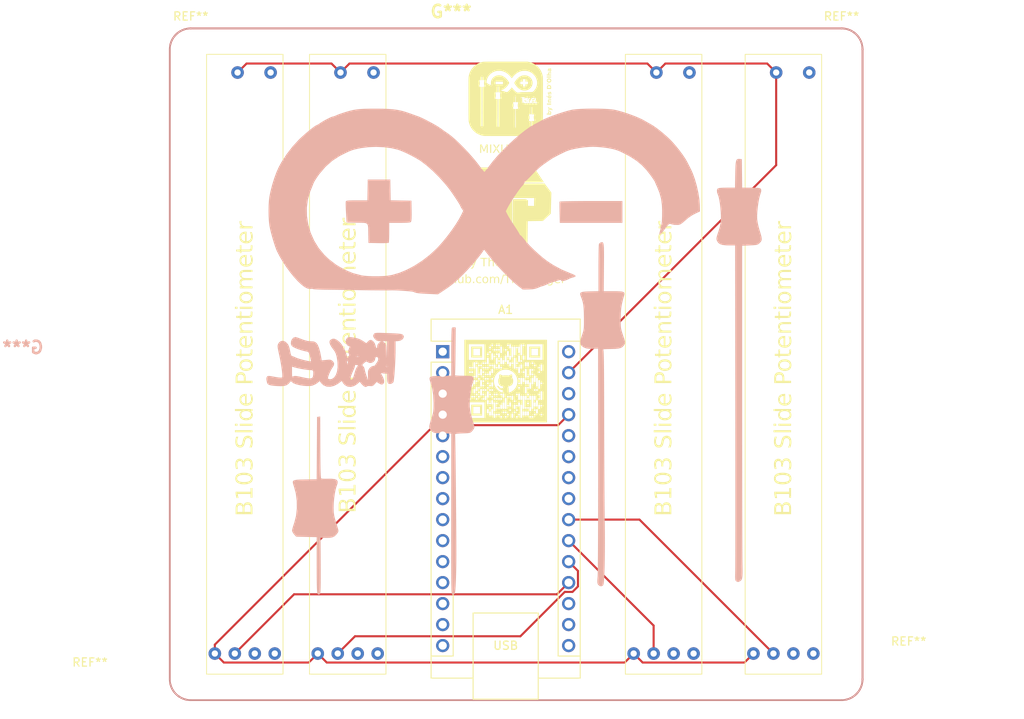
<source format=kicad_pcb>
(kicad_pcb (version 20221018) (generator pcbnew)
  (layers (0 "F.Cu" signal) (31 "B.Cu" signal) (34 "B.Paste" user) (35 "F.Paste" user) (36 "B.SilkS" user "B.Silkscreen") (37 "F.SilkS" user "F.Silkscreen") (38 "B.Mask" user) (39 "F.Mask" user) (44 "Edge.Cuts" user))
  (net 0 "")
  (net 18 "Net-(A1-A0)")
  (net 35 "Net-(A1-+5V)")
  (net 36 "Net-(A1-A3)")
  (net 37 "Net-(A1-A2)")
  (net 38 "Net-(A1-A1)")
  (net 41 "Net-(A1-GND-Pad29)")
  (footprint "Library:Slide Potentiometer - B103" (layer "F.Cu") (at 178.385 68.58 180)
    (fp_text reference "U4" hide)
    (fp_text value "~")
    (fp_text user "B103 Slide Potentiometer" (at -1.27 -18.415 90 unlocked) (layer "F.SilkS") (effects (font (size 2 2) (thickness 0.1)) (justify left bottom)))
    (pad "1" thru_hole circle (at -3.625 -35 180) (size 1.524 1.524) (drill 0.762) (layers "*.Cu" "*.Mask"))
    (pad "2" thru_hole circle (at -1.208333 -35 180) (size 1.524 1.524) (drill 0.762) (layers "*.Cu" "*.Mask"))
    (pad "3" thru_hole circle (at 1.208333 -35 180) (size 1.524 1.524) (drill 0.762) (layers "*.Cu" "*.Mask") (net 36 "Net-(A1-A3)"))
    (pad "4" thru_hole circle (at 3.625 -35 180) (size 1.524 1.524) (drill 0.762) (layers "*.Cu" "*.Mask") (net 35 "Net-(A1-+5V)"))
    (pad "5" thru_hole circle (at -3.125 35.3 180) (size 1.524 1.524) (drill 0.762) (layers "*.Cu" "*.Mask"))
    (pad "6" thru_hole circle (at 0.875 35.3 180) (size 1.524 1.524) (drill 0.762) (layers "*.Cu" "*.Mask") (net 41 "Net-(A1-GND-Pad29)"))
  )
  (footprint "LOGO" (layer "F.Cu") (at 144.78 70.612)
    (fp_text reference "" (at 0 0) (layer "F.SilkS") (effects (font (size 1.5 1.5) (thickness 0.3))))
    (fp_text value "LOGO" hide)
  )
  (footprint "MountingHole:MountingHole_3mm" (layer "F.Cu") (at 185.42 30.48)
    (fp_text reference "REF**" (at 0 -4) (layer "F.SilkS"))
    (fp_text value "MountingHole_3mm")
    (pad "" np_thru_hole circle (at 0 0) (size 3 3) (drill 3) (layers "*.Cu" "*.Mask"))
  )
  (footprint "Library:Slide Potentiometer - B103" (layer "F.Cu") (at 113.215 68.58 180)
    (fp_text reference "U1" hide)
    (fp_text value "~")
    (fp_text user "B103 Slide Potentiometer" (at -1.27 -18.415 90 unlocked) (layer "F.SilkS") (effects (font (size 2 2) (thickness 0.1)) (justify left bottom)))
    (pad "1" thru_hole circle (at -3.625 -35 180) (size 1.524 1.524) (drill 0.762) (layers "*.Cu" "*.Mask"))
    (pad "2" thru_hole circle (at -1.208333 -35 180) (size 1.524 1.524) (drill 0.762) (layers "*.Cu" "*.Mask"))
    (pad "3" thru_hole circle (at 1.208333 -35 180) (size 1.524 1.524) (drill 0.762) (layers "*.Cu" "*.Mask") (net 18 "Net-(A1-A0)"))
    (pad "4" thru_hole circle (at 3.625 -35 180) (size 1.524 1.524) (drill 0.762) (layers "*.Cu" "*.Mask") (net 35 "Net-(A1-+5V)"))
    (pad "5" thru_hole circle (at -3.125 35.3 180) (size 1.524 1.524) (drill 0.762) (layers "*.Cu" "*.Mask"))
    (pad "6" thru_hole circle (at 0.875 35.3 180) (size 1.524 1.524) (drill 0.762) (layers "*.Cu" "*.Mask") (net 41 "Net-(A1-GND-Pad29)"))
  )
  (footprint "MountingHole:MountingHole_3mm" (layer "F.Cu") (at 106.68 106.68)
    (fp_text reference "REF**" (at -12.192 -2.032) (layer "F.SilkS"))
    (fp_text value "MountingHole_3mm")
    (pad "" np_thru_hole circle (at 0 0) (size 3 3) (drill 3) (layers "F&B.Cu" "*.Mask"))
  )
  (footprint "Library:Slide Potentiometer - B103" (layer "F.Cu") (at 125.668333 68.58 180)
    (fp_text reference "U2" hide)
    (fp_text value "~")
    (fp_text user "B103 Slide Potentiometer" (at -1.285 -18.04 90 unlocked) (layer "F.SilkS") (effects (font (size 2 2) (thickness 0.1)) (justify left bottom)))
    (pad "1" thru_hole circle (at -3.625 -35 180) (size 1.524 1.524) (drill 0.762) (layers "*.Cu" "*.Mask"))
    (pad "2" thru_hole circle (at -1.208333 -35 180) (size 1.524 1.524) (drill 0.762) (layers "*.Cu" "*.Mask"))
    (pad "3" thru_hole circle (at 1.208333 -35 180) (size 1.524 1.524) (drill 0.762) (layers "*.Cu" "*.Mask") (net 38 "Net-(A1-A1)"))
    (pad "4" thru_hole circle (at 3.625 -35 180) (size 1.524 1.524) (drill 0.762) (layers "*.Cu" "*.Mask") (net 35 "Net-(A1-+5V)"))
    (pad "5" thru_hole circle (at -3.125 35.3 180) (size 1.524 1.524) (drill 0.762) (layers "*.Cu" "*.Mask"))
    (pad "6" thru_hole circle (at 0.875 35.3 180) (size 1.524 1.524) (drill 0.762) (layers "*.Cu" "*.Mask") (net 41 "Net-(A1-GND-Pad29)"))
  )
  (footprint "Library:Slide Potentiometer - B103" (layer "F.Cu") (at 163.891667 68.58 180)
    (fp_text reference "U3" hide)
    (fp_text value "~")
    (fp_text user "B103 Slide Potentiometer" (at -1.27 -18.415 90 unlocked) (layer "F.SilkS") (effects (font (size 2 2) (thickness 0.1)) (justify left bottom)))
    (pad "1" thru_hole circle (at -3.625 -35 180) (size 1.524 1.524) (drill 0.762) (layers "*.Cu" "*.Mask"))
    (pad "2" thru_hole circle (at -1.208333 -35 180) (size 1.524 1.524) (drill 0.762) (layers "*.Cu" "*.Mask"))
    (pad "3" thru_hole circle (at 1.208333 -35 180) (size 1.524 1.524) (drill 0.762) (layers "*.Cu" "*.Mask") (net 37 "Net-(A1-A2)"))
    (pad "4" thru_hole circle (at 3.625 -35 180) (size 1.524 1.524) (drill 0.762) (layers "*.Cu" "*.Mask") (net 35 "Net-(A1-+5V)"))
    (pad "5" thru_hole circle (at -3.125 35.3 180) (size 1.524 1.524) (drill 0.762) (layers "*.Cu" "*.Mask"))
    (pad "6" thru_hole circle (at 0.875 35.3 180) (size 1.524 1.524) (drill 0.762) (layers "*.Cu" "*.Mask") (net 41 "Net-(A1-GND-Pad29)"))
  )
  (footprint "MountingHole:MountingHole_3mm" (layer "F.Cu") (at 106.68 30.48)
    (fp_text reference "REF**" (at 0 -4) (layer "F.SilkS"))
    (fp_text value "MountingHole_3mm")
    (pad "" np_thru_hole circle (at 0 0) (size 3 3) (drill 3) (layers "F&B.Cu" "*.Mask"))
  )
  (footprint "LOGO" (layer "F.Cu") (at 144.78 36.576)
    (fp_text reference "G***" (at -6.604 -10.668) (layer "F.SilkS") (effects (font (size 1.5 1.5) (thickness 0.3))))
    (fp_text value "LOGO" hide)
  )
  (footprint "Library:LOGO" (layer "F.Cu") (at 145.600143 48.768)
    (fp_text reference "REF" hide)
    (fp_text value "LOGO" hide)
  )
  (footprint "Module:Arduino_Nano" (layer "F.Cu") (at 137.16 67.056)
    (fp_text reference "A1" (at 7.62 -5.08) (layer "F.SilkS"))
    (fp_text value "Arduino_Nano_v3.x")
    (fp_text user "USB" (at 7.62 35.56 unlocked) (layer "F.SilkS"))
    (pad "1" thru_hole rect (at 0 0) (size 1.6 1.6) (drill 1) (layers "*.Cu" "*.Mask"))
    (pad "2" thru_hole oval (at 0 2.54) (size 1.6 1.6) (drill 1) (layers "*.Cu" "*.Mask"))
    (pad "3" thru_hole oval (at 0 5.08) (size 1.6 1.6) (drill 1) (layers "*.Cu" "*.Mask"))
    (pad "4" thru_hole oval (at 0 7.62) (size 1.6 1.6) (drill 1) (layers "*.Cu" "*.Mask"))
    (pad "5" thru_hole oval (at 0 10.16) (size 1.6 1.6) (drill 1) (layers "*.Cu" "*.Mask"))
    (pad "6" thru_hole oval (at 0 12.7) (size 1.6 1.6) (drill 1) (layers "*.Cu" "*.Mask"))
    (pad "7" thru_hole oval (at 0 15.24) (size 1.6 1.6) (drill 1) (layers "*.Cu" "*.Mask"))
    (pad "8" thru_hole oval (at 0 17.78) (size 1.6 1.6) (drill 1) (layers "*.Cu" "*.Mask"))
    (pad "9" thru_hole oval (at 0 20.32) (size 1.6 1.6) (drill 1) (layers "*.Cu" "*.Mask"))
    (pad "10" thru_hole oval (at 0 22.86) (size 1.6 1.6) (drill 1) (layers "*.Cu" "*.Mask"))
    (pad "11" thru_hole oval (at 0 25.4) (size 1.6 1.6) (drill 1) (layers "*.Cu" "*.Mask"))
    (pad "12" thru_hole oval (at 0 27.94) (size 1.6 1.6) (drill 1) (layers "*.Cu" "*.Mask"))
    (pad "13" thru_hole oval (at 0 30.48) (size 1.6 1.6) (drill 1) (layers "*.Cu" "*.Mask"))
    (pad "14" thru_hole oval (at 0 33.02) (size 1.6 1.6) (drill 1) (layers "*.Cu" "*.Mask"))
    (pad "15" thru_hole oval (at 0 35.56) (size 1.6 1.6) (drill 1) (layers "*.Cu" "*.Mask"))
    (pad "16" thru_hole oval (at 15.24 35.56) (size 1.6 1.6) (drill 1) (layers "*.Cu" "*.Mask"))
    (pad "17" thru_hole oval (at 15.24 33.02) (size 1.6 1.6) (drill 1) (layers "*.Cu" "*.Mask"))
    (pad "18" thru_hole oval (at 15.24 30.48) (size 1.6 1.6) (drill 1) (layers "*.Cu" "*.Mask"))
    (pad "19" thru_hole oval (at 15.24 27.94) (size 1.6 1.6) (drill 1) (layers "*.Cu" "*.Mask") (net 18 "Net-(A1-A0)"))
    (pad "20" thru_hole oval (at 15.24 25.4) (size 1.6 1.6) (drill 1) (layers "*.Cu" "*.Mask") (net 38 "Net-(A1-A1)"))
    (pad "21" thru_hole oval (at 15.24 22.86) (size 1.6 1.6) (drill 1) (layers "*.Cu" "*.Mask") (net 37 "Net-(A1-A2)"))
    (pad "22" thru_hole oval (at 15.24 20.32) (size 1.6 1.6) (drill 1) (layers "*.Cu" "*.Mask") (net 36 "Net-(A1-A3)"))
    (pad "23" thru_hole oval (at 15.24 17.78) (size 1.6 1.6) (drill 1) (layers "*.Cu" "*.Mask"))
    (pad "24" thru_hole oval (at 15.24 15.24) (size 1.6 1.6) (drill 1) (layers "*.Cu" "*.Mask"))
    (pad "25" thru_hole oval (at 15.24 12.7) (size 1.6 1.6) (drill 1) (layers "*.Cu" "*.Mask"))
    (pad "26" thru_hole oval (at 15.24 10.16) (size 1.6 1.6) (drill 1) (layers "*.Cu" "*.Mask"))
    (pad "27" thru_hole oval (at 15.24 7.62) (size 1.6 1.6) (drill 1) (layers "*.Cu" "*.Mask") (net 35 "Net-(A1-+5V)"))
    (pad "28" thru_hole oval (at 15.24 5.08) (size 1.6 1.6) (drill 1) (layers "*.Cu" "*.Mask"))
    (pad "29" thru_hole oval (at 15.24 2.54) (size 1.6 1.6) (drill 1) (layers "*.Cu" "*.Mask") (net 41 "Net-(A1-GND-Pad29)"))
    (pad "30" thru_hole oval (at 15.24 0) (size 1.6 1.6) (drill 1) (layers "*.Cu" "*.Mask"))
  )
  (footprint "MountingHole:MountingHole_3mm" (layer "F.Cu") (at 185.42 106.68)
    (fp_text reference "REF**" (at 8.128 -4.572) (layer "F.SilkS"))
    (fp_text value "MountingHole_3mm")
    (pad "" np_thru_hole circle (at 0 0) (size 3 3) (drill 3) (layers "F&B.Cu" "*.Mask"))
  )
  (footprint "LOGO" (layer "B.Cu") (at 148.506923 67.494617 180)
    (fp_text reference "G***" (at 62.146923 0.946617) (layer "B.SilkS") (effects (font (size 1.5 1.5) (thickness 0.3)) (justify mirror)))
    (fp_text value "LOGO" hide)
  )
  (gr_arc (start 106.68 109.22) (mid 104.883949 108.476051) (end 104.14 106.68) (stroke (width 0.2)) (layer "F.Cu"))
  (gr_arc (start 104.14 30.48) (mid 104.883949 28.683949) (end 106.68 27.94) (stroke (width 0.2)) (layer "F.Cu"))
  (gr_arc (start 187.96 106.68) (mid 187.216051 108.476051) (end 185.42 109.22) (stroke (width 0.2)) (layer "F.Cu"))
  (gr_line (start 187.96 30.48) (end 187.96 106.68) (stroke (width 0.2)) (layer "F.Cu"))
  (gr_line (start 106.68 27.94) (end 185.42 27.94) (stroke (width 0.2)) (layer "F.Cu"))
  (gr_line (start 104.14 106.68) (end 104.14 30.48) (stroke (width 0.2)) (layer "F.Cu"))
  (gr_arc (start 185.42 27.94) (mid 187.216051 28.683949) (end 187.96 30.48) (stroke (width 0.2)) (layer "F.Cu"))
  (gr_line (start 185.42 109.22) (end 106.68 109.22) (stroke (width 0.2)) (layer "F.Cu"))
  (gr_arc (start 185.42 27.94) (mid 187.216051 28.683949) (end 187.96 30.48) (stroke (width 0.1)) (layer "Edge.Cuts"))
  (gr_arc (start 187.96 106.68) (mid 187.216051 108.476051) (end 185.42 109.22) (stroke (width 0.1)) (layer "Edge.Cuts"))
  (gr_line (start 187.96 30.48) (end 187.96 106.68) (stroke (width 0.1)) (layer "Edge.Cuts"))
  (gr_line (start 106.68 27.94) (end 185.42 27.94) (stroke (width 0.1)) (layer "Edge.Cuts"))
  (gr_line (start 104.14 106.68) (end 104.14 30.48) (stroke (width 0.1)) (layer "Edge.Cuts"))
  (gr_arc (start 106.68 109.22) (mid 104.883949 108.476051) (end 104.14 106.68) (stroke (width 0.1)) (layer "Edge.Cuts"))
  (gr_line (start 185.42 109.22) (end 106.68 109.22) (stroke (width 0.1)) (layer "Edge.Cuts"))
  (gr_arc (start 104.14 30.48) (mid 104.883949 28.683949) (end 106.68 27.94) (stroke (width 0.1)) (layer "Edge.Cuts"))
  (gr_text "by ThePangel" (at 139.568116 56.896) (layer "F.SilkS") (effects (font (size 1 1)) (justify left bottom)))
  (gr_text "MIXUINO" (at 141.549763 43.18) (layer "F.SilkS") (effects (font (size 1 1)) (justify left bottom)))
  (gr_text "github.com/ThePangel" (at 136.192619 58.928) (layer "F.SilkS") (effects (font (size 1 1)) (justify left bottom)))
  (gr_text "Logo by Inés D'Olha" (at 150.368 40.577468 90) (layer "F.SilkS") (effects (font (size 0.5 0.5) (thickness 0.125) bold) (justify left bottom)))
  (segment (start 119.175667 96.411) (end 150.985 96.411) (width 0.25) (layer "F.Cu") (net 18))
  (segment (start 150.985 96.411) (end 152.4 94.996) (width 0.25) (layer "F.Cu") (net 18))
  (segment (start 112.006667 103.58) (end 119.175667 96.411) (width 0.25) (layer "F.Cu") (net 18))
  (segment (start 151.13 75.946) (end 152.4 74.676) (width 0.25) (layer "F.Cu") (net 35))
  (segment (start 174.76 103.58) (end 173.673 104.667) (width 0.25) (layer "F.Cu") (net 35))
  (segment (start 109.59 102.50237) (end 136.14637 75.946) (width 0.25) (layer "F.Cu") (net 35))
  (segment (start 136.14637 75.946) (end 151.13 75.946) (width 0.25) (layer "F.Cu") (net 35))
  (segment (start 110.677 104.667) (end 109.59 103.58) (width 0.25) (layer "F.Cu") (net 35))
  (segment (start 122.043333 103.58) (end 120.956333 104.667) (width 0.25) (layer "F.Cu") (net 35))
  (segment (start 120.956333 104.667) (end 110.677 104.667) (width 0.25) (layer "F.Cu") (net 35))
  (segment (start 173.673 104.667) (end 161.353667 104.667) (width 0.25) (layer "F.Cu") (net 35))
  (segment (start 109.59 103.58) (end 109.59 102.50237) (width 0.25) (layer "F.Cu") (net 35))
  (segment (start 159.179667 104.667) (end 123.130333 104.667) (width 0.25) (layer "F.Cu") (net 35))
  (segment (start 161.353667 104.667) (end 160.266667 103.58) (width 0.25) (layer "F.Cu") (net 35))
  (segment (start 160.266667 103.58) (end 159.179667 104.667) (width 0.25) (layer "F.Cu") (net 35))
  (segment (start 123.130333 104.667) (end 122.043333 103.58) (width 0.25) (layer "F.Cu") (net 35))
  (segment (start 160.972667 87.376) (end 152.4 87.376) (width 0.25) (layer "F.Cu") (net 36))
  (segment (start 177.176667 103.58) (end 160.972667 87.376) (width 0.25) (layer "F.Cu") (net 36))
  (segment (start 162.683334 103.58) (end 162.683334 100.199334) (width 0.25) (layer "F.Cu") (net 37))
  (segment (start 162.683334 100.199334) (end 152.4 89.916) (width 0.25) (layer "F.Cu") (net 37))
  (segment (start 152.865991 96.121) (end 153.525 95.461991) (width 0.25) (layer "F.Cu") (net 38))
  (segment (start 151.934009 96.121) (end 152.865991 96.121) (width 0.25) (layer "F.Cu") (net 38))
  (segment (start 153.525 93.581) (end 152.4 92.456) (width 0.25) (layer "F.Cu") (net 38))
  (segment (start 146.564009 101.491) (end 151.934009 96.121) (width 0.25) (layer "F.Cu") (net 38))
  (segment (start 126.549 101.491) (end 146.564009 101.491) (width 0.25) (layer "F.Cu") (net 38))
  (segment (start 124.46 103.58) (end 126.549 101.491) (width 0.25) (layer "F.Cu") (net 38))
  (segment (start 153.525 95.461991) (end 153.525 93.581) (width 0.25) (layer "F.Cu") (net 38))
  (segment (start 161.929667 32.193) (end 163.016667 33.28) (width 0.25) (layer "F.Cu") (net 41))
  (segment (start 113.427 32.193) (end 123.706333 32.193) (width 0.25) (layer "F.Cu") (net 41))
  (segment (start 112.34 33.28) (end 113.427 32.193) (width 0.25) (layer "F.Cu") (net 41))
  (segment (start 177.51 44.486) (end 152.4 69.596) (width 0.25) (layer "F.Cu") (net 41))
  (segment (start 123.706333 32.193) (end 124.793333 33.28) (width 0.25) (layer "F.Cu") (net 41))
  (segment (start 176.423 32.193) (end 177.51 33.28) (width 0.25) (layer "F.Cu") (net 41))
  (segment (start 164.103667 32.193) (end 176.423 32.193) (width 0.25) (layer "F.Cu") (net 41))
  (segment (start 177.51 33.28) (end 177.51 44.486) (width 0.25) (layer "F.Cu") (net 41))
  (segment (start 163.016667 33.28) (end 164.103667 32.193) (width 0.25) (layer "F.Cu") (net 41))
  (segment (start 125.880333 32.193) (end 161.929667 32.193) (width 0.25) (layer "F.Cu") (net 41))
  (segment (start 124.793333 33.28) (end 125.880333 32.193) (width 0.25) (layer "F.Cu") (net 41))
)
</source>
